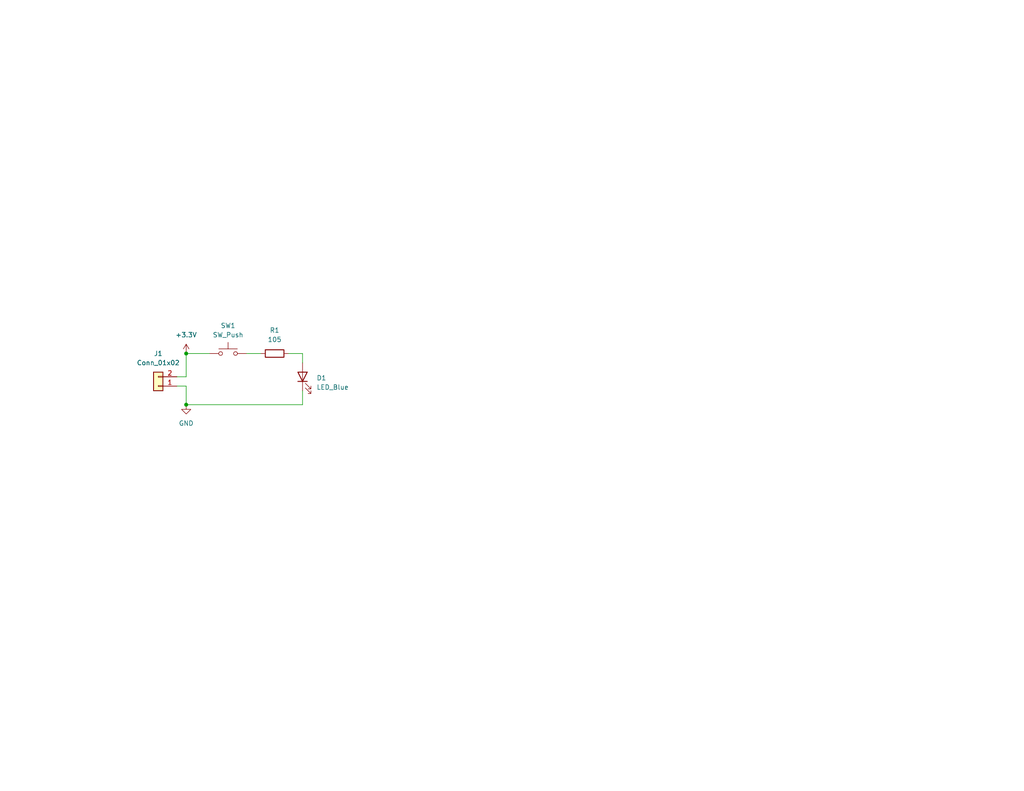
<source format=kicad_sch>
(kicad_sch (version 20231120) (generator "eeschema") (generator_version "8.0")
  (paper "USLetter")
  (title_block (title "LED Project") (date "2024-09-15") (rev "1.0") (company "Illini Solar Car") (comment 1 "Designed By: Yutian Chen"))
  (lib_symbols
    (symbol "Connector_Generic:Conn_01x02" (pin_names (offset 1.016) hide)
      (property "Reference" "J" (at 0 2.54 0))
      (property "Value" "Conn_01x02" (at 0 -5.08 0))
      (symbol "Conn_01x02_1_1"
        (rectangle (start -1.27 -2.413) (end 0 -2.667) (stroke (width 0.1524)))
        (rectangle (start -1.27 0.127) (end 0 -0.127) (stroke (width 0.1524)))
        (rectangle (start -1.27 1.27) (end 1.27 -3.81) (stroke (width 0.254)) (fill (type background)))
        (pin passive line (at -5.08 0 0) (length 3.81) (name "Pin_1") (number "1"))
        (pin passive line (at -5.08 -2.54 0) (length 3.81) (name "Pin_2") (number "2"))
      )
    )
    (symbol "Device:LED" (pin_numbers hide) (pin_names (offset 1.016) hide)
      (property "Reference" "D" (at 0 2.54 0))
      (property "Value" "LED" (at 0 -2.54 0))
      (symbol "LED_0_1"
        (polyline (pts (xy -1.27 -1.27) (xy -1.27 1.27)) (stroke (width 0.254)))
        (polyline (pts (xy -1.27 0) (xy 1.27 0)))
        (polyline (pts (xy 1.27 -1.27) (xy 1.27 1.27) (xy -1.27 0) (xy 1.27 -1.27)) (stroke (width 0.254)))
        (polyline (pts (xy -3.048 -0.762) (xy -4.572 -2.286) (xy -3.81 -2.286) (xy -4.572 -2.286) (xy -4.572 -1.524)))
        (polyline (pts (xy -1.778 -0.762) (xy -3.302 -2.286) (xy -2.54 -2.286) (xy -3.302 -2.286) (xy -3.302 -1.524)))
      )
      (symbol "LED_1_1"
        (pin passive line (at -3.81 0 0) (length 2.54) (name "K") (number "1"))
        (pin passive line (at 3.81 0 180) (length 2.54) (name "A") (number "2"))
      )
    )
    (symbol "Device:R" (pin_numbers hide) (pin_names (offset 0))
      (property "Reference" "R" (at 2.032 0 90))
      (property "Value" "R" (at 0 0 90))
      (symbol "R_0_1"
        (rectangle (start -1.016 -2.54) (end 1.016 2.54) (stroke (width 0.254)))
      )
      (symbol "R_1_1"
        (pin passive line (at 0 3.81 270) (length 1.27) (name "~") (number "1"))
        (pin passive line (at 0 -3.81 90) (length 1.27) (name "~") (number "2"))
      )
    )
    (symbol "Switch:SW_Push" (pin_numbers hide) (pin_names (offset 1.016) hide)
      (property "Reference" "SW" (at 1.27 2.54 0))
      (property "Value" "SW_Push" (at 0 -1.524 0))
      (symbol "SW_Push_0_1"
        (circle (center -2.032 0) (radius 0.508))
        (polyline (pts (xy 0 1.27) (xy 0 3.048)))
        (polyline (pts (xy 2.54 1.27) (xy -2.54 1.27)))
        (circle (center 2.032 0) (radius 0.508))
        (pin passive line (at -5.08 0 0) (length 2.54) (name "1") (number "1"))
        (pin passive line (at 5.08 0 180) (length 2.54) (name "2") (number "2"))
      )
    )
    (symbol "power:+3.3V" (power) (pin_names (offset 0))
      (property "Value" "+3.3V" (at 0 3.556 0))
      (symbol "+3.3V_0_1"
        (polyline (pts (xy -0.762 1.27) (xy 0 2.54)))
        (polyline (pts (xy 0 0) (xy 0 2.54)))
        (polyline (pts (xy 0 2.54) (xy 0.762 1.27)))
      )
      (symbol "+3.3V_1_1"
        (pin power_in line (at 0 0 90) (length 0) hide (name "+3V3") (number "1"))
      )
    )
    (symbol "power:GND" (power) (pin_names (offset 0))
      (property "Value" "GND" (at 0 -3.81 0))
      (symbol "GND_0_1"
        (polyline (pts (xy 0 0) (xy 0 -1.27) (xy 1.27 -1.27) (xy 0 -2.54) (xy -1.27 -1.27) (xy 0 -1.27)))
      )
      (symbol "GND_1_1"
        (pin power_in line (at 0 0 270) (length 0) hide (name "GND") (number "1"))
      )
    )
  )
  (junction (at 50.8 96.52))
  (junction (at 50.8 110.49))
  (wire (pts (xy 82.55 110.49) (xy 50.8 110.49)))
  (wire (pts (xy 67.31 96.52) (xy 71.12 96.52)))
  (wire (pts (xy 50.8 96.52) (xy 50.8 102.87)))
  (wire (pts (xy 50.8 105.41) (xy 48.26 105.41)))
  (wire (pts (xy 50.8 96.52) (xy 57.15 96.52)))
  (wire (pts (xy 50.8 102.87) (xy 48.26 102.87)))
  (wire (pts (xy 82.55 96.52) (xy 82.55 99.06)))
  (wire (pts (xy 50.8 110.49) (xy 50.8 105.41)))
  (wire (pts (xy 78.74 96.52) (xy 82.55 96.52)))
  (wire (pts (xy 82.55 106.68) (xy 82.55 110.49)))
  (symbol (lib_id "power:+3.3V") (at 50.8 96.52 0) (unit 1)
    (property "Reference" "#PWR01" (effects (hide yes)))
    (property "Value" "+3.3V" (at 50.8 91.44 0))
    (property "Description" "Power symbol creates a global label with name \"+3.3V\"" (effects (hide yes)))
  )
  (symbol (lib_id "Switch:SW_Push") (at 62.23 96.52 0) (unit 1)
    (property "Reference" "SW1" (at 62.23 88.9 0))
    (property "Value" "SW_Push" (at 62.23 91.44 0))
    (property "Footprint" "Button_Switch_SMD:SW_DIP_SPSTx01_Slide_6.7x4.1mm_W8.61mm_P2.54mm_LowProfile" (effects (hide yes)))
    (property "Datasheet" "https://www.te.com/usa-en/product-1825910-6.datasheet.pdf" (effects (hide yes)))
    (property "Description" "Push button switch, generic, two pins" (effects (hide yes)))
    (property "MPN" " 1825910-6" (effects (hide yes)))
  )
  (symbol (lib_id "Device:R") (at 74.93 96.52 90) (unit 1)
    (property "Reference" "R1" (at 74.93 90.17 90))
    (property "Value" "105" (at 74.93 92.71 90))
    (property "Footprint" "Resistor_SMD:R_0603_1608Metric_Pad0.98x0.95mm_HandSolder" (effects (hide yes)))
    (property "Description" "Resistor" (effects (hide yes)))
  )
  (symbol (lib_id "power:GND") (at 50.8 110.49 0) (unit 1)
    (property "Reference" "#PWR02" (effects (hide yes)))
    (property "Value" "GND" (at 50.8 115.57 0))
    (property "Description" "Power symbol creates a global label with name \"GND\" , ground" (effects (hide yes)))
  )
  (symbol (lib_id "Device:LED") (at 82.55 102.87 90) (unit 1)
    (property "Reference" "D1" (at 86.36 103.1874 90) (effects (justify right)))
    (property "Value" "LED_Blue" (at 86.36 105.7274 90) (effects (justify right)))
    (property "Footprint" "layout:LED_0603_Symbol_on_F.SilkS" (effects (hide yes)))
    (property "Description" "Light emitting diode" (effects (hide yes)))
  )
  (symbol (lib_id "Connector_Generic:Conn_01x02") (at 43.18 105.41 180) (unit 1)
    (property "Reference" "J1" (at 43.18 96.52 0))
    (property "Value" "Conn_01x02" (at 43.18 99.06 0))
    (property "Footprint" "Connector_Molex:Molex_KK-254_AE-6410-02A_1x02_P2.54mm_Vertical" (effects (hide yes)))
    (property "Datasheet" "https://www.molex.com/content/dam/molex/molex-dot-com/products/automated/en-us/salesdrawingpdf/641/6410/022272021_sd.pdf?inline" (effects (hide yes)))
    (property "Description" "Generic connector, single row, 01x02, script generated (kicad-library-utils/schlib/autogen/connector/)" (effects (hide yes)))
    (property "MPN" "022272021" (effects (hide yes)))
  )
)
</source>
